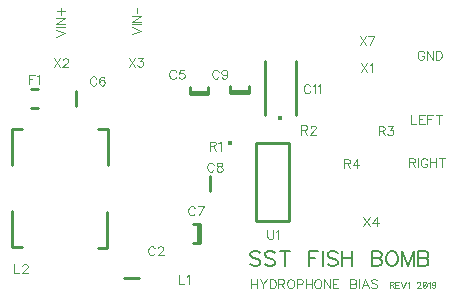
<source format=gbr>
G04 DipTrace 3.2.0.1*
G04 TopSilk.gbr*
%MOIN*%
G04 #@! TF.FileFunction,Legend,Top*
G04 #@! TF.Part,Single*
%ADD10C,0.009843*%
%ADD22C,0.015756*%
%ADD26C,0.015431*%
%ADD53C,0.004632*%
%ADD54C,0.00772*%
%ADD55C,0.003088*%
%FSLAX26Y26*%
G04*
G70*
G90*
G75*
G01*
G04 TopSilk*
%LPD*%
X850521Y464841D2*
D10*
X799379D1*
X1080677Y1084252D2*
X1017748D1*
X1080677Y1076803D2*
X1017748D1*
X1080677D2*
Y1100362D1*
X1017748Y1076803D2*
Y1100362D1*
X639841Y1036879D2*
Y1088021D1*
X1045669Y643669D2*
Y580740D1*
X1053118Y643669D2*
Y580740D1*
Y643669D2*
X1029559D1*
X1053118Y580740D2*
X1029559D1*
X1084667Y805098D2*
Y753957D1*
X1216602Y1087156D2*
X1153673D1*
X1216602Y1079707D2*
X1153673D1*
X1216602D2*
Y1103266D1*
X1153673Y1079707D2*
Y1103266D1*
D22*
X1320866Y999210D3*
X1373740Y1007631D2*
D10*
Y1187638D1*
X1267992Y1007631D2*
Y1187638D1*
X744823Y959799D2*
Y841744D1*
X743806Y959756D2*
X711562Y959713D1*
X743806Y683976D2*
Y565965D1*
X427177Y687224D2*
Y569213D1*
X427273Y957547D2*
Y839492D1*
X743711Y564882D2*
X711467Y564839D1*
X459422Y959756D2*
X427177Y959713D1*
X459390Y567047D2*
X427146Y567004D1*
D26*
X1151006Y913281D3*
X1240256Y914320D2*
D10*
Y654490D1*
X1350492Y914320D2*
Y654490D1*
X1240256D2*
X1350492D1*
X1240256Y914320D2*
X1350492D1*
X488220Y1031528D2*
X511780D1*
X488220Y1094457D2*
X511780D1*
X901740Y562646D2*
D53*
X900314Y565498D1*
X897429Y568383D1*
X894577Y569809D1*
X888840D1*
X885955Y568383D1*
X883103Y565498D1*
X881644Y562646D1*
X880218Y558335D1*
Y551139D1*
X881644Y546861D1*
X883103Y543976D1*
X885955Y541124D1*
X888840Y539665D1*
X894577D1*
X897429Y541124D1*
X900314Y543976D1*
X901740Y546861D1*
X912463Y562613D2*
Y564039D1*
X913889Y566924D1*
X915315Y568350D1*
X918200Y569776D1*
X923937D1*
X926789Y568350D1*
X928214Y566924D1*
X929674Y564039D1*
Y561187D1*
X928214Y558302D1*
X925363Y554024D1*
X911004Y539665D1*
X931100D1*
X972459Y1150944D2*
X971033Y1153796D1*
X968148Y1156681D1*
X965296Y1158107D1*
X959559D1*
X956674Y1156681D1*
X953822Y1153796D1*
X952363Y1150944D1*
X950937Y1146633D1*
Y1139437D1*
X952363Y1135159D1*
X953822Y1132274D1*
X956674Y1129422D1*
X959559Y1127963D1*
X965296D1*
X968148Y1129422D1*
X971033Y1132274D1*
X972459Y1135159D1*
X998934Y1158074D2*
X984608D1*
X983182Y1145174D1*
X984608Y1146600D1*
X988919Y1148059D1*
X993197D1*
X997508Y1146600D1*
X1000393Y1143748D1*
X1001819Y1139437D1*
Y1136585D1*
X1000393Y1132274D1*
X997508Y1129389D1*
X993197Y1127963D1*
X988919D1*
X984608Y1129389D1*
X983182Y1130848D1*
X981723Y1133700D1*
X707529Y1128749D2*
X706103Y1131601D1*
X703218Y1134486D1*
X700366Y1135912D1*
X694629D1*
X691744Y1134486D1*
X688892Y1131601D1*
X687433Y1128749D1*
X686007Y1124438D1*
Y1117241D1*
X687433Y1112964D1*
X688892Y1110079D1*
X691744Y1107227D1*
X694629Y1105768D1*
X700366D1*
X703218Y1107227D1*
X706103Y1110079D1*
X707529Y1112964D1*
X734003Y1131601D2*
X732577Y1134452D1*
X728266Y1135878D1*
X725414D1*
X721103Y1134452D1*
X718218Y1130141D1*
X716792Y1122978D1*
Y1115816D1*
X718218Y1110079D1*
X721103Y1107193D1*
X725414Y1105768D1*
X726840D1*
X731118Y1107193D1*
X734003Y1110079D1*
X735429Y1114390D1*
Y1115816D1*
X734003Y1120127D1*
X731118Y1122978D1*
X726840Y1124404D1*
X725414D1*
X721103Y1122978D1*
X718218Y1120127D1*
X716792Y1115816D1*
X1035451Y696220D2*
X1034025Y699072D1*
X1031140Y701957D1*
X1028288Y703383D1*
X1022551D1*
X1019666Y701957D1*
X1016814Y699072D1*
X1015355Y696220D1*
X1013929Y691909D1*
Y684713D1*
X1015355Y680435D1*
X1016814Y677550D1*
X1019666Y674698D1*
X1022551Y673239D1*
X1028288D1*
X1031140Y674698D1*
X1034025Y677550D1*
X1035451Y680435D1*
X1050452Y673239D2*
X1064811Y703350D1*
X1044715D1*
X1098470Y841889D2*
X1097045Y844741D1*
X1094159Y847626D1*
X1091308Y849052D1*
X1085571D1*
X1082686Y847626D1*
X1079834Y844741D1*
X1078374Y841889D1*
X1076949Y837578D1*
Y830382D1*
X1078374Y826104D1*
X1079834Y823219D1*
X1082686Y820367D1*
X1085571Y818908D1*
X1091308D1*
X1094159Y820367D1*
X1097045Y823219D1*
X1098470Y826104D1*
X1114897Y849019D2*
X1110619Y847593D1*
X1109160Y844741D1*
Y841856D1*
X1110619Y839004D1*
X1113471Y837545D1*
X1119208Y836119D1*
X1123519Y834693D1*
X1126371Y831808D1*
X1127797Y828956D1*
Y824645D1*
X1126371Y821793D1*
X1124945Y820334D1*
X1120634Y818908D1*
X1114897D1*
X1110619Y820334D1*
X1109160Y821793D1*
X1107734Y824645D1*
Y828956D1*
X1109160Y831808D1*
X1112045Y834693D1*
X1116323Y836119D1*
X1122060Y837545D1*
X1124945Y839004D1*
X1126371Y841856D1*
Y844741D1*
X1124945Y847593D1*
X1120634Y849019D1*
X1114897D1*
X1115003Y1151880D2*
X1113577Y1154732D1*
X1110692Y1157617D1*
X1107840Y1159043D1*
X1102103D1*
X1099218Y1157617D1*
X1096366Y1154732D1*
X1094907Y1151880D1*
X1093481Y1147569D1*
Y1140373D1*
X1094907Y1136095D1*
X1096366Y1133210D1*
X1099218Y1130358D1*
X1102103Y1128899D1*
X1107840D1*
X1110692Y1130358D1*
X1113577Y1133210D1*
X1115003Y1136095D1*
X1142936Y1148995D2*
X1141477Y1144684D1*
X1138625Y1141799D1*
X1134314Y1140373D1*
X1132888D1*
X1128577Y1141799D1*
X1125726Y1144684D1*
X1124266Y1148995D1*
Y1150421D1*
X1125726Y1154732D1*
X1128577Y1157584D1*
X1132888Y1159010D1*
X1134314D1*
X1138625Y1157584D1*
X1141477Y1154732D1*
X1142936Y1148995D1*
Y1141799D1*
X1141477Y1134636D1*
X1138625Y1130325D1*
X1134314Y1128899D1*
X1131462D1*
X1127151Y1130325D1*
X1125726Y1133210D1*
X1419774Y1102637D2*
X1418348Y1105489D1*
X1415463Y1108374D1*
X1412611Y1109800D1*
X1406874D1*
X1403989Y1108374D1*
X1401137Y1105489D1*
X1399678Y1102637D1*
X1398252Y1098326D1*
Y1091130D1*
X1399678Y1086852D1*
X1401137Y1083967D1*
X1403989Y1081115D1*
X1406874Y1079656D1*
X1412611D1*
X1415463Y1081115D1*
X1418348Y1083967D1*
X1419774Y1086852D1*
X1429037Y1104030D2*
X1431922Y1105489D1*
X1436233Y1109767D1*
Y1079656D1*
X1445497Y1104030D2*
X1448382Y1105489D1*
X1452693Y1109767D1*
Y1079656D1*
X432778Y510568D2*
Y480424D1*
X449989D1*
X460711Y503372D2*
Y504798D1*
X462137Y507683D1*
X463563Y509109D1*
X466448Y510535D1*
X472185D1*
X475037Y509109D1*
X476463Y507683D1*
X477922Y504798D1*
Y501946D1*
X476463Y499061D1*
X473611Y494783D1*
X459252Y480424D1*
X479348D1*
X981245Y474494D2*
Y444350D1*
X998456D1*
X1007719Y468724D2*
X1010604Y470183D1*
X1014915Y474461D1*
Y444350D1*
X1084478Y904575D2*
X1097378D1*
X1101689Y906034D1*
X1103148Y907460D1*
X1104574Y910312D1*
Y913197D1*
X1103148Y916049D1*
X1101689Y917508D1*
X1097378Y918934D1*
X1084478D1*
Y888790D1*
X1094526Y904575D2*
X1104574Y888790D1*
X1113838Y913164D2*
X1116723Y914623D1*
X1121034Y918901D1*
Y888790D1*
X1390478Y958217D2*
X1403378D1*
X1407689Y959676D1*
X1409148Y961102D1*
X1410574Y963954D1*
Y966839D1*
X1409148Y969691D1*
X1407689Y971150D1*
X1403378Y972576D1*
X1390478D1*
Y942432D1*
X1400526Y958217D2*
X1410574Y942432D1*
X1421297Y965379D2*
Y966805D1*
X1422723Y969691D1*
X1424149Y971116D1*
X1427034Y972542D1*
X1432771D1*
X1435623Y971116D1*
X1437049Y969691D1*
X1438508Y966805D1*
Y963954D1*
X1437049Y961068D1*
X1434197Y956791D1*
X1419838Y942432D1*
X1439934D1*
X1648058Y955806D2*
X1660958D1*
X1665269Y957265D1*
X1666728Y958691D1*
X1668154Y961543D1*
Y964428D1*
X1666728Y967280D1*
X1665269Y968739D1*
X1660958Y970165D1*
X1648058D1*
Y940021D1*
X1658106Y955806D2*
X1668154Y940021D1*
X1680303Y970132D2*
X1696055D1*
X1687466Y958658D1*
X1691777D1*
X1694629Y957232D1*
X1696055Y955806D1*
X1697514Y951495D1*
Y948643D1*
X1696055Y944332D1*
X1693203Y941447D1*
X1688892Y940021D1*
X1684581D1*
X1680303Y941447D1*
X1678877Y942906D1*
X1677418Y945758D1*
X1532630Y846209D2*
X1545530D1*
X1549841Y847668D1*
X1551300Y849094D1*
X1552726Y851946D1*
Y854831D1*
X1551300Y857683D1*
X1549841Y859142D1*
X1545530Y860568D1*
X1532630D1*
Y830424D1*
X1542678Y846209D2*
X1552726Y830424D1*
X1576349D2*
Y860535D1*
X1561990Y840472D1*
X1583512D1*
X1277096Y624365D2*
Y602843D1*
X1278522Y598532D1*
X1281407Y595680D1*
X1285718Y594221D1*
X1288570D1*
X1292881Y595680D1*
X1295766Y598532D1*
X1297192Y602843D1*
Y624365D1*
X1306456Y618595D2*
X1309341Y620054D1*
X1313652Y624332D1*
Y594221D1*
X1589006Y1179662D2*
X1609102Y1149518D1*
Y1179662D2*
X1589006Y1149518D1*
X1618365Y1173892D2*
X1621250Y1175351D1*
X1625561Y1179629D1*
Y1149518D1*
X564742Y1196493D2*
X584838Y1166349D1*
Y1196493D2*
X564742Y1166349D1*
X595561Y1189297D2*
Y1190723D1*
X596987Y1193608D1*
X598413Y1195034D1*
X601298Y1196460D1*
X607035D1*
X609887Y1195034D1*
X611313Y1193608D1*
X612772Y1190723D1*
Y1187871D1*
X611313Y1184986D1*
X608461Y1180708D1*
X594102Y1166349D1*
X614198D1*
X814741Y1198461D2*
X834837Y1168317D1*
Y1198461D2*
X814741Y1168317D1*
X846985Y1198428D2*
X862737D1*
X854148Y1186954D1*
X858459D1*
X861311Y1185528D1*
X862737Y1184102D1*
X864196Y1179791D1*
Y1176939D1*
X862737Y1172628D1*
X859885Y1169743D1*
X855574Y1168317D1*
X851263D1*
X846985Y1169743D1*
X845559Y1171202D1*
X844100Y1174054D1*
X1597591Y667851D2*
X1617687Y637707D1*
Y667851D2*
X1597591Y637707D1*
X1641309D2*
Y667818D1*
X1626950Y647755D1*
X1648472D1*
X501105Y1142359D2*
X482435D1*
Y1112215D1*
Y1128000D2*
X493909D1*
X510369Y1136589D2*
X513254Y1138048D1*
X517565Y1142326D1*
Y1112215D1*
X1584524Y1270066D2*
X1604620Y1239922D1*
Y1270066D2*
X1584524Y1239922D1*
X1619621D2*
X1633980Y1270033D1*
X1613884D1*
X1253966Y546645D2*
D54*
X1249213Y551453D1*
X1242028Y553830D1*
X1232466D1*
X1225281Y551453D1*
X1220473Y546645D1*
Y541892D1*
X1222905Y537083D1*
X1225281Y534707D1*
X1230034Y532330D1*
X1244404Y527522D1*
X1249213Y525145D1*
X1251589Y522713D1*
X1253966Y517960D1*
Y510775D1*
X1249213Y506022D1*
X1242028Y503590D1*
X1232466D1*
X1225281Y506022D1*
X1220473Y510775D1*
X1302899Y546645D2*
X1298145Y551453D1*
X1290960Y553830D1*
X1281399D1*
X1274214Y551453D1*
X1269405Y546645D1*
Y541892D1*
X1271837Y537083D1*
X1274214Y534707D1*
X1278967Y532330D1*
X1293337Y527522D1*
X1298145Y525145D1*
X1300522Y522713D1*
X1302899Y517960D1*
Y510775D1*
X1298145Y506022D1*
X1290960Y503590D1*
X1281399D1*
X1274214Y506022D1*
X1269405Y510775D1*
X1335085Y553830D2*
Y503590D1*
X1318338Y553830D2*
X1351831D1*
X1446988D2*
X1415871D1*
Y503590D1*
Y529898D2*
X1434995D1*
X1462427Y553830D2*
Y503590D1*
X1511360Y546645D2*
X1506607Y551453D1*
X1499422Y553830D1*
X1489860D1*
X1482675Y551453D1*
X1477867Y546645D1*
Y541892D1*
X1480298Y537083D1*
X1482675Y534707D1*
X1487428Y532330D1*
X1501798Y527522D1*
X1506607Y525145D1*
X1508983Y522713D1*
X1511360Y517960D1*
Y510775D1*
X1506607Y506022D1*
X1499422Y503590D1*
X1489860D1*
X1482675Y506022D1*
X1477867Y510775D1*
X1526799Y553830D2*
Y503590D1*
X1560293Y553830D2*
Y503590D1*
X1526799Y529898D2*
X1560293D1*
X1624333Y553830D2*
Y503590D1*
X1645888D1*
X1653073Y506022D1*
X1655450Y508398D1*
X1657826Y513152D1*
Y520337D1*
X1655450Y525145D1*
X1653073Y527522D1*
X1645888Y529898D1*
X1653073Y532330D1*
X1655450Y534707D1*
X1657826Y539460D1*
Y544268D1*
X1655450Y549022D1*
X1653073Y551453D1*
X1645888Y553830D1*
X1624333D1*
Y529898D2*
X1645888D1*
X1687635Y553830D2*
X1682827Y551453D1*
X1678074Y546645D1*
X1675642Y541892D1*
X1673265Y534707D1*
Y522713D1*
X1675642Y515584D1*
X1678074Y510775D1*
X1682827Y506022D1*
X1687635Y503590D1*
X1697197D1*
X1701950Y506022D1*
X1706759Y510775D1*
X1709135Y515584D1*
X1711512Y522713D1*
Y534707D1*
X1709135Y541892D1*
X1706759Y546645D1*
X1701950Y551453D1*
X1697197Y553830D1*
X1687635D1*
X1765198Y503590D2*
Y553830D1*
X1746074Y503590D1*
X1726951Y553830D1*
Y503590D1*
X1780637Y553830D2*
Y503590D1*
X1802192D1*
X1809377Y506022D1*
X1811754Y508398D1*
X1814130Y513152D1*
Y520337D1*
X1811754Y525145D1*
X1809377Y527522D1*
X1802192Y529898D1*
X1809377Y532330D1*
X1811754Y534707D1*
X1814130Y539460D1*
Y544268D1*
X1811754Y549022D1*
X1809377Y551453D1*
X1802192Y553830D1*
X1780637D1*
Y529898D2*
X1802192D1*
X1222866Y460220D2*
D53*
Y430076D1*
X1242962Y460220D2*
Y430076D1*
X1222866Y445861D2*
X1242962D1*
X1252225Y460220D2*
X1263699Y445861D1*
Y430076D1*
X1275173Y460220D2*
X1263699Y445861D1*
X1284437Y460220D2*
Y430076D1*
X1294485D1*
X1298796Y431535D1*
X1301681Y434387D1*
X1303107Y437272D1*
X1304533Y441550D1*
Y448746D1*
X1303107Y453057D1*
X1301681Y455909D1*
X1298796Y458794D1*
X1294485Y460220D1*
X1284437D1*
X1313796Y445861D2*
X1326696D1*
X1331007Y447320D1*
X1332466Y448746D1*
X1333892Y451598D1*
Y454483D1*
X1332466Y457335D1*
X1331007Y458794D1*
X1326696Y460220D1*
X1313796D1*
Y430076D1*
X1323844Y445861D2*
X1333892Y430076D1*
X1351778Y460220D2*
X1348893Y458794D1*
X1346041Y455909D1*
X1344582Y453057D1*
X1343156Y448746D1*
Y441550D1*
X1344582Y437272D1*
X1346041Y434387D1*
X1348893Y431535D1*
X1351778Y430076D1*
X1357515D1*
X1360367Y431535D1*
X1363252Y434387D1*
X1364678Y437272D1*
X1366104Y441550D1*
Y448746D1*
X1364678Y453057D1*
X1363252Y455909D1*
X1360367Y458794D1*
X1357515Y460220D1*
X1351778D1*
X1375367Y444435D2*
X1388300D1*
X1392578Y445861D1*
X1394037Y447320D1*
X1395463Y450172D1*
Y454483D1*
X1394037Y457335D1*
X1392578Y458794D1*
X1388300Y460220D1*
X1375367D1*
Y430076D1*
X1404727Y460220D2*
Y430076D1*
X1424823Y460220D2*
Y430076D1*
X1404727Y445861D2*
X1424823D1*
X1442708Y460220D2*
X1439823Y458794D1*
X1436971Y455909D1*
X1435512Y453057D1*
X1434086Y448746D1*
Y441550D1*
X1435512Y437272D1*
X1436971Y434387D1*
X1439823Y431535D1*
X1442708Y430076D1*
X1448445D1*
X1451297Y431535D1*
X1454182Y434387D1*
X1455608Y437272D1*
X1457034Y441550D1*
Y448746D1*
X1455608Y453057D1*
X1454182Y455909D1*
X1451297Y458794D1*
X1448445Y460220D1*
X1442708D1*
X1486394D2*
Y430076D1*
X1466298Y460220D1*
Y430076D1*
X1514294Y460220D2*
X1495657D1*
Y430076D1*
X1514294D1*
X1495657Y445861D2*
X1507131D1*
X1552718Y460220D2*
Y430076D1*
X1565652D1*
X1569963Y431535D1*
X1571388Y432961D1*
X1572814Y435813D1*
Y440124D1*
X1571388Y443009D1*
X1569963Y444435D1*
X1565652Y445861D1*
X1569963Y447320D1*
X1571388Y448746D1*
X1572814Y451598D1*
Y454483D1*
X1571388Y457335D1*
X1569963Y458794D1*
X1565652Y460220D1*
X1552718D1*
Y445861D2*
X1565652D1*
X1582078Y460220D2*
Y430076D1*
X1614323D2*
X1602816Y460220D1*
X1591342Y430076D1*
X1595653Y440124D2*
X1610012D1*
X1643682Y455909D2*
X1640830Y458794D1*
X1636519Y460220D1*
X1630782D1*
X1626471Y458794D1*
X1623586Y455909D1*
Y453057D1*
X1625045Y450172D1*
X1626471Y448746D1*
X1629323Y447320D1*
X1637945Y444435D1*
X1640830Y443009D1*
X1642256Y441550D1*
X1643682Y438698D1*
Y434387D1*
X1640830Y431535D1*
X1636519Y430076D1*
X1630782D1*
X1626471Y431535D1*
X1623586Y434387D1*
X1684692Y442228D2*
D55*
X1693292D1*
X1696166Y443201D1*
X1697139Y444151D1*
X1698090Y446052D1*
Y447976D1*
X1697139Y449877D1*
X1696166Y450850D1*
X1693292Y451801D1*
X1684692D1*
Y431705D1*
X1691391Y442228D2*
X1698090Y431705D1*
X1716690Y451801D2*
X1704265D1*
Y431705D1*
X1716690D1*
X1704265Y442228D2*
X1711915D1*
X1722866Y451801D2*
X1730515Y431705D1*
X1738164Y451801D1*
X1744340Y447954D2*
X1746263Y448926D1*
X1749137Y451778D1*
Y431705D1*
X1775726Y447003D2*
Y447954D1*
X1776677Y449877D1*
X1777627Y450828D1*
X1779551Y451778D1*
X1783375D1*
X1785277Y450828D1*
X1786227Y449877D1*
X1787200Y447954D1*
Y446052D1*
X1786227Y444129D1*
X1784326Y441277D1*
X1774753Y431705D1*
X1788151D1*
X1800074Y451778D2*
X1797200Y450828D1*
X1795277Y447954D1*
X1794326Y443178D1*
Y440304D1*
X1795277Y435529D1*
X1797200Y432655D1*
X1800074Y431705D1*
X1801976D1*
X1804850Y432655D1*
X1806751Y435529D1*
X1807724Y440304D1*
Y443178D1*
X1806751Y447954D1*
X1804850Y450828D1*
X1801976Y451778D1*
X1800074D1*
X1806751Y447954D2*
X1795277Y435529D1*
X1813899Y447954D2*
X1815823Y448926D1*
X1818697Y451778D1*
Y431705D1*
X1837319Y445102D2*
X1836346Y442228D1*
X1834445Y440304D1*
X1831571Y439354D1*
X1830621D1*
X1827747Y440304D1*
X1825845Y442228D1*
X1824872Y445102D1*
Y446052D1*
X1825845Y448926D1*
X1827747Y450828D1*
X1830621Y451778D1*
X1831571D1*
X1834445Y450828D1*
X1836346Y448926D1*
X1837319Y445102D1*
Y440304D1*
X1836346Y435529D1*
X1834445Y432655D1*
X1831571Y431705D1*
X1829670D1*
X1826796Y432655D1*
X1825845Y434579D1*
X573140Y1269022D2*
D53*
X603284Y1280496D1*
X573140Y1291970D1*
Y1301233D2*
X603284D1*
X573140Y1330593D2*
X603284D1*
X573140Y1310497D1*
X603284D1*
X575312Y1352756D2*
X601145D1*
X588245Y1339856D2*
Y1365689D1*
X826388Y1277585D2*
X856532Y1289059D1*
X826388Y1300533D1*
Y1309796D2*
X856532D1*
X826388Y1339156D2*
X856532D1*
X826388Y1319060D1*
X856532D1*
X841476Y1348419D2*
Y1365000D1*
X1799428Y1214868D2*
X1798002Y1217720D1*
X1795117Y1220605D1*
X1792265Y1222031D1*
X1786528D1*
X1783643Y1220605D1*
X1780792Y1217720D1*
X1779332Y1214868D1*
X1777906Y1210557D1*
Y1203361D1*
X1779332Y1199083D1*
X1780792Y1196198D1*
X1783643Y1193346D1*
X1786528Y1191887D1*
X1792265D1*
X1795117Y1193346D1*
X1798002Y1196198D1*
X1799428Y1199083D1*
Y1203361D1*
X1792265D1*
X1828788Y1222031D2*
Y1191887D1*
X1808692Y1222031D1*
Y1191887D1*
X1838051Y1222031D2*
Y1191887D1*
X1848099D1*
X1852411Y1193346D1*
X1855296Y1196198D1*
X1856722Y1199083D1*
X1858147Y1203361D1*
Y1210557D1*
X1856722Y1214868D1*
X1855296Y1217720D1*
X1852411Y1220605D1*
X1848099Y1222031D1*
X1838051D1*
X1756253Y1007464D2*
Y977320D1*
X1773464D1*
X1801364Y1007464D2*
X1782727D1*
Y977320D1*
X1801364D1*
X1782727Y993105D2*
X1794201D1*
X1829298Y1007464D2*
X1810628D1*
Y977320D1*
Y993105D2*
X1822102D1*
X1848609Y1007464D2*
Y977320D1*
X1838561Y1007464D2*
X1858657D1*
X1750347Y849404D2*
X1763247D1*
X1767558Y850863D1*
X1769017Y852289D1*
X1770443Y855141D1*
Y858026D1*
X1769017Y860878D1*
X1767558Y862337D1*
X1763247Y863763D1*
X1750347D1*
Y833619D1*
X1760395Y849404D2*
X1770443Y833619D1*
X1779707Y863763D2*
Y833619D1*
X1810492Y856600D2*
X1809066Y859452D1*
X1806181Y862337D1*
X1803330Y863763D1*
X1797593D1*
X1794707Y862337D1*
X1791856Y859452D1*
X1790396Y856600D1*
X1788970Y852289D1*
Y845093D1*
X1790396Y840815D1*
X1791856Y837930D1*
X1794707Y835078D1*
X1797593Y833619D1*
X1803330D1*
X1806181Y835078D1*
X1809066Y837930D1*
X1810492Y840815D1*
Y845093D1*
X1803330D1*
X1819756Y863763D2*
Y833619D1*
X1839852Y863763D2*
Y833619D1*
X1819756Y849404D2*
X1839852D1*
X1859164Y863763D2*
Y833619D1*
X1849116Y863763D2*
X1869212D1*
M02*

</source>
